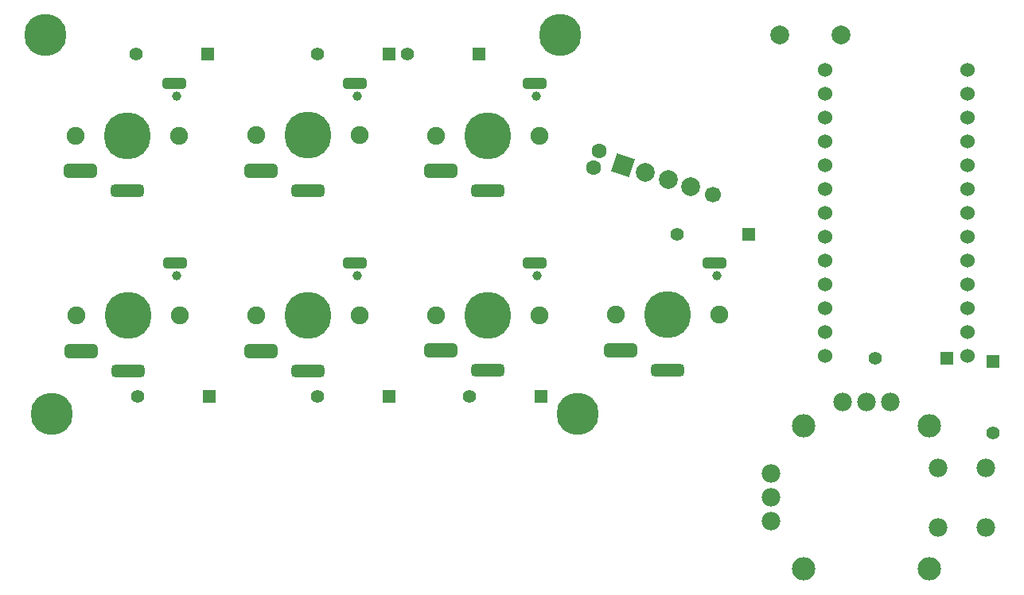
<source format=gbr>
G04 #@! TF.GenerationSoftware,KiCad,Pcbnew,8.0.6*
G04 #@! TF.CreationDate,2025-01-11T22:07:08+09:00*
G04 #@! TF.ProjectId,original_keyboard,6f726967-696e-4616-9c5f-6b6579626f61,rev?*
G04 #@! TF.SameCoordinates,Original*
G04 #@! TF.FileFunction,Soldermask,Top*
G04 #@! TF.FilePolarity,Negative*
%FSLAX46Y46*%
G04 Gerber Fmt 4.6, Leading zero omitted, Abs format (unit mm)*
G04 Created by KiCad (PCBNEW 8.0.6) date 2025-01-11 22:07:08*
%MOMM*%
%LPD*%
G01*
G04 APERTURE LIST*
G04 Aperture macros list*
%AMRoundRect*
0 Rectangle with rounded corners*
0 $1 Rounding radius*
0 $2 $3 $4 $5 $6 $7 $8 $9 X,Y pos of 4 corners*
0 Add a 4 corners polygon primitive as box body*
4,1,4,$2,$3,$4,$5,$6,$7,$8,$9,$2,$3,0*
0 Add four circle primitives for the rounded corners*
1,1,$1+$1,$2,$3*
1,1,$1+$1,$4,$5*
1,1,$1+$1,$6,$7*
1,1,$1+$1,$8,$9*
0 Add four rect primitives between the rounded corners*
20,1,$1+$1,$2,$3,$4,$5,0*
20,1,$1+$1,$4,$5,$6,$7,0*
20,1,$1+$1,$6,$7,$8,$9,0*
20,1,$1+$1,$8,$9,$2,$3,0*%
%AMRotRect*
0 Rectangle, with rotation*
0 The origin of the aperture is its center*
0 $1 length*
0 $2 width*
0 $3 Rotation angle, in degrees counterclockwise*
0 Add horizontal line*
21,1,$1,$2,0,0,$3*%
G04 Aperture macros list end*
%ADD10C,1.900000*%
%ADD11C,5.000000*%
%ADD12RoundRect,0.287500X-0.962500X-0.287500X0.962500X-0.287500X0.962500X0.287500X-0.962500X0.287500X0*%
%ADD13C,1.000000*%
%ADD14RoundRect,0.375000X-1.375000X-0.375000X1.375000X-0.375000X1.375000X0.375000X-1.375000X0.375000X0*%
%ADD15RoundRect,0.325000X-1.425000X-0.325000X1.425000X-0.325000X1.425000X0.325000X-1.425000X0.325000X0*%
%ADD16R,1.397000X1.397000*%
%ADD17C,1.397000*%
%ADD18C,1.700000*%
%ADD19RotRect,2.000000X2.000000X72.000000*%
%ADD20C,2.000000*%
%ADD21C,1.600000*%
%ADD22C,1.982000*%
%ADD23C,2.490000*%
%ADD24C,4.500000*%
%ADD25C,1.524000*%
G04 APERTURE END LIST*
D10*
X75113000Y-73152000D03*
D11*
X80613000Y-73152000D03*
D12*
X85613000Y-67602000D03*
D13*
X85833000Y-68952000D03*
D10*
X86113000Y-73152000D03*
D14*
X75613000Y-76952000D03*
D15*
X80613000Y-79052000D03*
D16*
X105410000Y-100965000D03*
D17*
X97790000Y-100965000D03*
D16*
X89284000Y-100965000D03*
D17*
X81664000Y-100965000D03*
D10*
X113419000Y-92288200D03*
D11*
X118919000Y-92288200D03*
D12*
X123919000Y-86738200D03*
D13*
X124139000Y-88088200D03*
D10*
X124419000Y-92288200D03*
D14*
X113919000Y-96088200D03*
D15*
X118919000Y-98188200D03*
D18*
X123737546Y-79427173D03*
D19*
X114122365Y-76303012D03*
D20*
X116538048Y-77087915D03*
X118953732Y-77872818D03*
X121369415Y-78657722D03*
D21*
X111042818Y-76590448D03*
X111614500Y-74830993D03*
D16*
X69980000Y-64516000D03*
D17*
X62360000Y-64516000D03*
D22*
X152781000Y-108585000D03*
X152781000Y-114935000D03*
X147701000Y-108585000D03*
X147701000Y-114935000D03*
X129921000Y-109220000D03*
X129921000Y-111760000D03*
X129921000Y-114300000D03*
D23*
X146748500Y-104140000D03*
X133413500Y-104140000D03*
X133413500Y-119380000D03*
X146748500Y-119380000D03*
D22*
X142621000Y-101600000D03*
X140081000Y-101600000D03*
X137541000Y-101600000D03*
D24*
X109347000Y-102870000D03*
D16*
X98806000Y-64516000D03*
D17*
X91186000Y-64516000D03*
D16*
X127505000Y-83693000D03*
D17*
X119885000Y-83693000D03*
D10*
X55955000Y-92329000D03*
D11*
X61455000Y-92329000D03*
D12*
X66455000Y-86779000D03*
D13*
X66675000Y-88129000D03*
D10*
X66955000Y-92329000D03*
D14*
X56455000Y-96129000D03*
D15*
X61455000Y-98229000D03*
D25*
X135636000Y-68707000D03*
X135636000Y-71247000D03*
X135636000Y-73787000D03*
X135636000Y-76327000D03*
X135636000Y-78867000D03*
X135636000Y-81407000D03*
X135636000Y-83947000D03*
X135636000Y-86487000D03*
X135636000Y-89027000D03*
X135636000Y-91567000D03*
X135636000Y-94107000D03*
X135636000Y-96647000D03*
X150856000Y-96647000D03*
X150856000Y-94107000D03*
X150856000Y-91567000D03*
X150856000Y-89027000D03*
X150856000Y-86487000D03*
X150856000Y-83947000D03*
X150856000Y-81407000D03*
X150856000Y-78867000D03*
X150856000Y-76327000D03*
X150856000Y-73787000D03*
X150856000Y-71247000D03*
X150856000Y-68707000D03*
X150856000Y-66167000D03*
X135636000Y-66167000D03*
D10*
X75145000Y-92329000D03*
D11*
X80645000Y-92329000D03*
D12*
X85645000Y-86779000D03*
D13*
X85865000Y-88129000D03*
D10*
X86145000Y-92329000D03*
D14*
X75645000Y-96129000D03*
D15*
X80645000Y-98229000D03*
D16*
X89281000Y-64516000D03*
D17*
X81661000Y-64516000D03*
D10*
X55924000Y-73161000D03*
D11*
X61424000Y-73161000D03*
D12*
X66424000Y-67611000D03*
D13*
X66644000Y-68961000D03*
D10*
X66924000Y-73161000D03*
D14*
X56424000Y-76961000D03*
D15*
X61424000Y-79061000D03*
D10*
X94234000Y-73161000D03*
D11*
X99734000Y-73161000D03*
D12*
X104734000Y-67611000D03*
D13*
X104954000Y-68961000D03*
D10*
X105234000Y-73161000D03*
D14*
X94734000Y-76961000D03*
D15*
X99734000Y-79061000D03*
D24*
X53340000Y-102870000D03*
D16*
X148590000Y-96901000D03*
D17*
X140970000Y-96901000D03*
D10*
X94275000Y-92291000D03*
D11*
X99775000Y-92291000D03*
D12*
X104775000Y-86741000D03*
D13*
X104995000Y-88091000D03*
D10*
X105275000Y-92291000D03*
D14*
X94775000Y-96091000D03*
D15*
X99775000Y-98191000D03*
D24*
X52705000Y-62484000D03*
D16*
X70104000Y-100965000D03*
D17*
X62484000Y-100965000D03*
D16*
X153543000Y-97282000D03*
D17*
X153543000Y-104902000D03*
D24*
X107442000Y-62484000D03*
D20*
X137362000Y-62484000D03*
X130862000Y-62484000D03*
M02*

</source>
